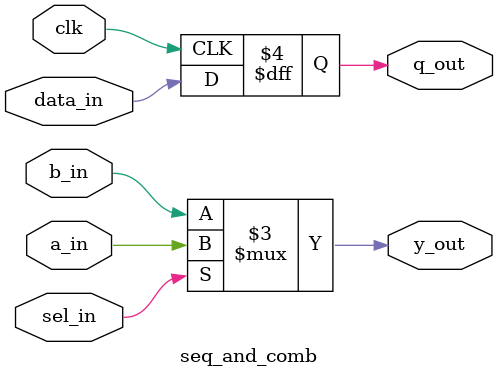
<source format=v>

module seq_and_comb (
    input        clk,        // clock
    input        data_in,    // input to D-FF
    output reg   q_out,      // sequential output
    input        a_in,       // input A for MUX
    input        b_in,       // input B for MUX
    input        sel_in,     // select line
    output reg   y_out       // MUX output
);

    // ----------------------------
    // Sequential Logic (D Flip-Flop)
    // ----------------------------
    always @(posedge clk)
    begin
        q_out <= data_in;   // non-blocking assignment
    end

    // ----------------------------
    // Combinational Logic (2:1 MUX)
    // ----------------------------
    always @ (a_in or b_in or sel_in)
    begin
        y_out = sel_in ? a_in : b_in;   // blocking assignment
    end

endmodule

</source>
